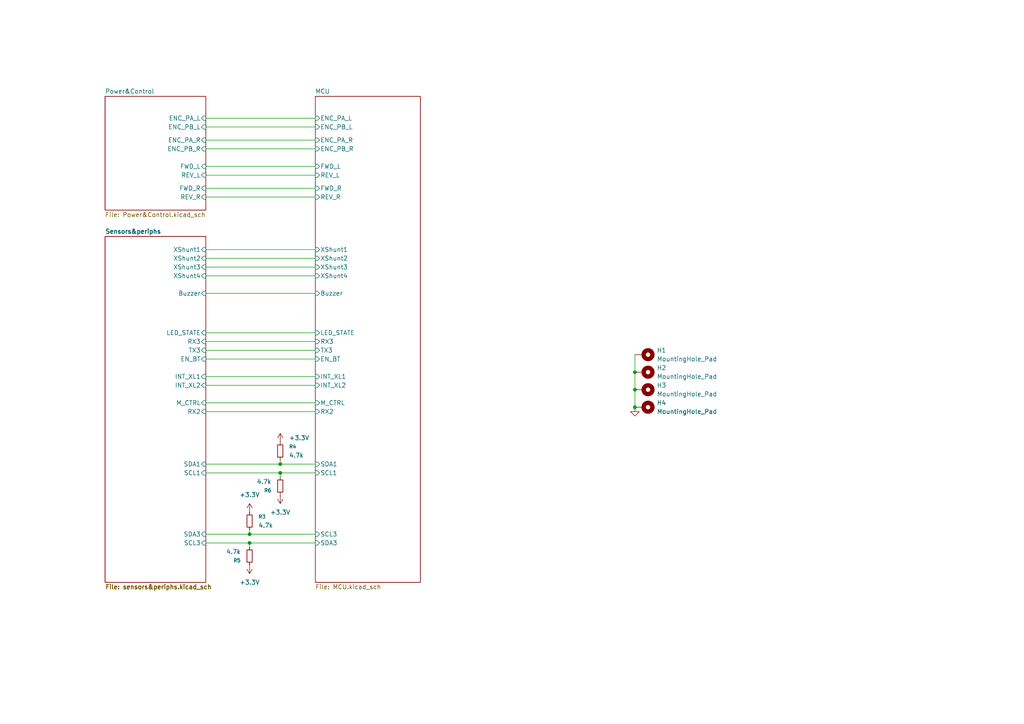
<source format=kicad_sch>
(kicad_sch (version 20250114) (generator "eeschema") (generator_version "9.0")
  (paper "A4")
  (title_block (title "ChaSouRo V1") (date "2025-09-19") (rev "Nelven") (company "ESE"))
  (lib_symbols
    (symbol "Device:R_Small" (pin_numbers (hide yes)) (pin_names (offset 0.254) (hide yes))
      (property "Reference" "R" (at 0 0 90))
      (property "Value" "R_Small" (at 1.778 0 90))
      (symbol "R_Small_0_1"
        (rectangle (start -0.762 1.778) (end 0.762 -1.778) (stroke (width 0.2032)))
      )
      (symbol "R_Small_1_1"
        (pin passive line (at 0 2.54 270) (length 0.762) (name "~") (number "1"))
        (pin passive line (at 0 -2.54 90) (length 0.762) (name "~") (number "2"))
      )
    )
    (symbol "Mechanical:MountingHole_Pad" (pin_numbers (hide yes)) (pin_names (offset 1.016) (hide yes)) (in_bom no)
      (property "Reference" "H" (at 0 6.35 0))
      (property "Value" "MountingHole_Pad" (at 0 4.445 0))
      (symbol "MountingHole_Pad_0_1"
        (circle (center 0 1.27) (radius 1.27) (stroke (width 1.27)))
      )
      (symbol "MountingHole_Pad_1_1"
        (pin input line (at 0 -2.54 90) (length 2.54) (name "1") (number "1"))
      )
    )
    (symbol "power:+3.3V" (power) (pin_numbers (hide yes)) (pin_names (offset 0) (hide yes))
      (property "Value" "+3.3V" (at 0 3.556 0))
      (symbol "+3.3V_0_1"
        (polyline (pts (xy -0.762 1.27) (xy 0 2.54)))
        (polyline (pts (xy 0 2.54) (xy 0.762 1.27)))
        (polyline (pts (xy 0 0) (xy 0 2.54)))
      )
      (symbol "+3.3V_1_1"
        (pin power_in line (at 0 0 90) (length 0) (name "~") (number "1"))
      )
    )
    (symbol "power:GND" (power) (pin_numbers (hide yes)) (pin_names (offset 0) (hide yes))
      (property "Value" "GND" (at 0 -3.81 0))
      (symbol "GND_0_1"
        (polyline (pts (xy 0 0) (xy 0 -1.27) (xy 1.27 -1.27) (xy 0 -2.54) (xy -1.27 -1.27) (xy 0 -1.27)))
      )
      (symbol "GND_1_1"
        (pin power_in line (at 0 0 270) (length 0) (name "~") (number "1"))
      )
    )
  )
  (junction (at 184.15 107.95))
  (junction (at 72.39 154.94))
  (junction (at 81.28 137.16))
  (junction (at 184.15 113.03))
  (junction (at 184.15 118.11))
  (junction (at 81.28 134.62))
  (junction (at 72.39 157.48))
  (wire (pts (xy 72.39 154.94) (xy 91.44 154.94)))
  (wire (pts (xy 59.69 137.16) (xy 81.28 137.16)))
  (wire (pts (xy 81.28 134.62) (xy 91.44 134.62)))
  (wire (pts (xy 59.69 111.76) (xy 91.44 111.76)))
  (wire (pts (xy 81.28 137.16) (xy 81.28 138.43)))
  (wire (pts (xy 184.15 102.87) (xy 184.15 107.95)))
  (wire (pts (xy 59.69 48.26) (xy 91.44 48.26)))
  (wire (pts (xy 59.69 116.84) (xy 91.44 116.84)))
  (wire (pts (xy 184.15 113.03) (xy 184.15 118.11)))
  (wire (pts (xy 59.69 134.62) (xy 81.28 134.62)))
  (wire (pts (xy 59.69 72.39) (xy 91.44 72.39)))
  (wire (pts (xy 59.69 96.52) (xy 91.44 96.52)))
  (wire (pts (xy 59.69 154.94) (xy 72.39 154.94)))
  (wire (pts (xy 59.69 36.83) (xy 91.44 36.83)))
  (wire (pts (xy 59.69 40.64) (xy 91.44 40.64)))
  (wire (pts (xy 59.69 54.61) (xy 91.44 54.61)))
  (wire (pts (xy 72.39 153.67) (xy 72.39 154.94)))
  (wire (pts (xy 59.69 101.6) (xy 91.44 101.6)))
  (wire (pts (xy 59.69 77.47) (xy 91.44 77.47)))
  (wire (pts (xy 59.69 119.38) (xy 91.44 119.38)))
  (wire (pts (xy 59.69 43.18) (xy 91.44 43.18)))
  (wire (pts (xy 59.69 104.14) (xy 91.44 104.14)))
  (wire (pts (xy 59.69 157.48) (xy 72.39 157.48)))
  (wire (pts (xy 59.69 34.29) (xy 91.44 34.29)))
  (wire (pts (xy 59.69 109.22) (xy 91.44 109.22)))
  (wire (pts (xy 72.39 157.48) (xy 91.44 157.48)))
  (wire (pts (xy 59.69 74.93) (xy 91.44 74.93)))
  (wire (pts (xy 59.69 85.09) (xy 91.44 85.09)))
  (wire (pts (xy 59.69 50.8) (xy 91.44 50.8)))
  (wire (pts (xy 59.69 80.01) (xy 91.44 80.01)))
  (wire (pts (xy 59.69 57.15) (xy 91.44 57.15)))
  (wire (pts (xy 81.28 133.35) (xy 81.28 134.62)))
  (wire (pts (xy 72.39 157.48) (xy 72.39 158.75)))
  (wire (pts (xy 59.69 99.06) (xy 91.44 99.06)))
  (wire (pts (xy 184.15 107.95) (xy 184.15 113.03)))
  (wire (pts (xy 81.28 137.16) (xy 91.44 137.16)))
  (symbol (lib_id "Device:R_Small") (at 81.28 140.97 0) (unit 1)
    (property "Reference" "R6" (at 78.74 142.2401 0) (effects (font (size 1.016 1.016)) (justify right)))
    (property "Value" "4.7k" (at 78.74 139.7001 0) (effects (justify right)))
    (property "Footprint" "Resistor_SMD:R_0402_1005Metric" (effects (hide yes)))
    (property "Description" "Resistor, small symbol" (effects (hide yes)))
  )
  (symbol (lib_id "Device:R_Small") (at 72.39 151.13 180) (unit 1)
    (property "Reference" "R3" (at 74.93 149.8599 0) (effects (font (size 1.016 1.016)) (justify right)))
    (property "Value" "4.7k" (at 74.93 152.3999 0) (effects (justify right)))
    (property "Footprint" "Resistor_SMD:R_0402_1005Metric" (effects (hide yes)))
    (property "Description" "Resistor, small symbol" (effects (hide yes)))
  )
  (symbol (lib_id "Mechanical:MountingHole_Pad") (at 186.69 118.11 270) (unit 1) (in_bom no)
    (property "Reference" "H4" (at 190.5 116.8399 90) (effects (justify left)))
    (property "Value" "MountingHole_Pad" (at 190.5 119.3799 90) (effects (justify left)))
    (property "Footprint" "MountingHole:MountingHole_3.2mm_M3_Pad_Via" (effects (hide yes)))
    (property "Description" "Mounting Hole with connection" (effects (hide yes)))
  )
  (symbol (lib_id "Mechanical:MountingHole_Pad") (at 186.69 113.03 270) (unit 1) (in_bom no)
    (property "Reference" "H3" (at 190.5 111.7599 90) (effects (justify left)))
    (property "Value" "MountingHole_Pad" (at 190.5 114.2999 90) (effects (justify left)))
    (property "Footprint" "MountingHole:MountingHole_3.2mm_M3_Pad_Via" (effects (hide yes)))
    (property "Description" "Mounting Hole with connection" (effects (hide yes)))
  )
  (symbol (lib_id "power:GND") (at 184.15 118.11 0) (unit 1)
    (property "Reference" "#PWR083" (effects (hide yes)))
    (property "Value" "GND" (effects (hide yes)))
    (property "Description" "Power symbol creates a global label with name \"GND\" , ground" (effects (hide yes)))
  )
  (symbol (lib_id "Device:R_Small") (at 81.28 130.81 180) (unit 1)
    (property "Reference" "R4" (at 83.82 129.5399 0) (effects (font (size 1.016 1.016)) (justify right)))
    (property "Value" "4.7k" (at 83.82 132.0799 0) (effects (justify right)))
    (property "Footprint" "Resistor_SMD:R_0402_1005Metric" (effects (hide yes)))
    (property "Description" "Resistor, small symbol" (effects (hide yes)))
  )
  (symbol (lib_id "Mechanical:MountingHole_Pad") (at 186.69 107.95 270) (unit 1) (in_bom no)
    (property "Reference" "H2" (at 190.5 106.6799 90) (effects (justify left)))
    (property "Value" "MountingHole_Pad" (at 190.5 109.2199 90) (effects (justify left)))
    (property "Footprint" "MountingHole:MountingHole_3.2mm_M3_Pad_Via" (effects (hide yes)))
    (property "Description" "Mounting Hole with connection" (effects (hide yes)))
  )
  (symbol (lib_id "power:+3.3V") (at 81.28 128.27 0) (unit 1)
    (property "Reference" "#PWR015" (effects (hide yes)))
    (property "Value" "+3.3V" (at 83.82 126.9999 0) (effects (justify left)))
    (property "Description" "Power symbol creates a global label with name \"+3.3V\"" (effects (hide yes)))
  )
  (symbol (lib_id "Device:R_Small") (at 72.39 161.29 0) (unit 1)
    (property "Reference" "R5" (at 69.85 162.5601 0) (effects (font (size 1.016 1.016)) (justify right)))
    (property "Value" "4.7k" (at 69.85 160.0201 0) (effects (justify right)))
    (property "Footprint" "Resistor_SMD:R_0402_1005Metric" (effects (hide yes)))
    (property "Description" "Resistor, small symbol" (effects (hide yes)))
  )
  (symbol (lib_id "Mechanical:MountingHole_Pad") (at 186.69 102.87 270) (unit 1) (in_bom no)
    (property "Reference" "H1" (at 190.5 101.5999 90) (effects (justify left)))
    (property "Value" "MountingHole_Pad" (at 190.5 104.1399 90) (effects (justify left)))
    (property "Footprint" "MountingHole:MountingHole_3.2mm_M3_Pad_Via" (effects (hide yes)))
    (property "Description" "Mounting Hole with connection" (effects (hide yes)))
  )
  (symbol (lib_id "power:+3.3V") (at 72.39 163.83 180) (unit 1)
    (property "Reference" "#PWR019" (effects (hide yes)))
    (property "Value" "+3.3V" (at 72.39 168.91 0))
    (property "Description" "Power symbol creates a global label with name \"+3.3V\"" (effects (hide yes)))
  )
  (symbol (lib_id "power:+3.3V") (at 72.39 148.59 0) (unit 1)
    (property "Reference" "#PWR014" (effects (hide yes)))
    (property "Value" "+3.3V" (at 72.39 143.51 0))
    (property "Description" "Power symbol creates a global label with name \"+3.3V\"" (effects (hide yes)))
  )
  (symbol (lib_id "power:+3.3V") (at 81.28 143.51 180) (unit 1)
    (property "Reference" "#PWR020" (effects (hide yes)))
    (property "Value" "+3.3V" (at 81.28 148.59 0))
    (property "Description" "Power symbol creates a global label with name \"+3.3V\"" (effects (hide yes)))
  )
  (sheet (at 30.48 68.58) (size 29.21 100.33) (stroke (width 0.1524))
    (property "Sheetname" "Sensors&periphs" (at 30.48 67.8684 0) (effects (font (thickness 0.254) (bold yes)) (justify left bottom)))
    (property "Sheetfile" "sensors&periphs.kicad_sch" (at 30.48 169.4946 0) (effects (font (thickness 0.254) (bold yes)) (justify left top)))
    (pin "EN_BT" input (at 59.69 104.14 0))
    (pin "LED_STATE" input (at 59.69 96.52 0))
    (pin "RX3" input (at 59.69 99.06 0))
    (pin "TX3" input (at 59.69 101.6 0))
    (pin "INT_XL1" input (at 59.69 109.22 0))
    (pin "INT_XL2" input (at 59.69 111.76 0))
    (pin "M_CTRL" input (at 59.69 116.84 0))
    (pin "SCL1" input (at 59.69 137.16 0))
    (pin "SDA1" input (at 59.69 134.62 0))
    (pin "RX2" input (at 59.69 119.38 0))
    (pin "SCL3" input (at 59.69 157.48 0))
    (pin "SDA3" input (at 59.69 154.94 0))
    (pin "XShunt1" input (at 59.69 72.39 0))
    (pin "XShunt2" input (at 59.69 74.93 0))
    (pin "XShunt3" input (at 59.69 77.47 0))
    (pin "XShunt4" input (at 59.69 80.01 0))
    (pin "Buzzer" input (at 59.69 85.09 0))
  )
  (sheet (at 30.48 27.94) (size 29.21 33.02) (stroke (width 0.1524))
    (property "Sheetname" "Power&Control" (at 30.48 27.2284 0) (effects (justify left bottom)))
    (property "Sheetfile" "Power&Control.kicad_sch" (at 30.48 61.5446 0) (effects (justify left top)))
    (pin "ENC_PA_L" input (at 59.69 34.29 0))
    (pin "ENC_PA_R" input (at 59.69 40.64 0))
    (pin "ENC_PB_L" input (at 59.69 36.83 0))
    (pin "ENC_PB_R" input (at 59.69 43.18 0))
    (pin "FWD_L" input (at 59.69 48.26 0))
    (pin "FWD_R" input (at 59.69 54.61 0))
    (pin "REV_L" input (at 59.69 50.8 0))
    (pin "REV_R" input (at 59.69 57.15 0))
  )
  (sheet (at 91.44 27.94) (size 30.48 140.97) (stroke (width 0.1524))
    (property "Sheetname" "MCU" (at 91.44 27.2284 0) (effects (justify left bottom)))
    (property "Sheetfile" "MCU.kicad_sch" (at 91.44 169.4946 0) (effects (justify left top)))
    (pin "Buzzer" input (at 91.44 85.09 180))
    (pin "ENC_PA_L" input (at 91.44 34.29 180))
    (pin "ENC_PA_R" input (at 91.44 40.64 180))
    (pin "ENC_PB_L" input (at 91.44 36.83 180))
    (pin "ENC_PB_R" input (at 91.44 43.18 180))
    (pin "EN_BT" input (at 91.44 104.14 180))
    (pin "FWD_L" input (at 91.44 48.26 180))
    (pin "FWD_R" input (at 91.44 54.61 180))
    (pin "INT_XL1" input (at 91.44 109.22 180))
    (pin "INT_XL2" input (at 91.44 111.76 180))
    (pin "LED_STATE" input (at 91.44 96.52 180))
    (pin "M_CTRL" input (at 91.44 116.84 180))
    (pin "REV_L" input (at 91.44 50.8 180))
    (pin "REV_R" input (at 91.44 57.15 180))
    (pin "RX2" input (at 91.44 119.38 180))
    (pin "RX3" input (at 91.44 99.06 180))
    (pin "SCL1" input (at 91.44 137.16 180))
    (pin "SCL3" input (at 91.44 154.94 180))
    (pin "SDA1" input (at 91.44 134.62 180))
    (pin "SDA3" input (at 91.44 157.48 180))
    (pin "TX3" input (at 91.44 101.6 180))
    (pin "XShunt1" input (at 91.44 72.39 180))
    (pin "XShunt2" input (at 91.44 74.93 180))
    (pin "XShunt3" input (at 91.44 77.47 180))
    (pin "XShunt4" input (at 91.44 80.01 180))
  )
)
</source>
